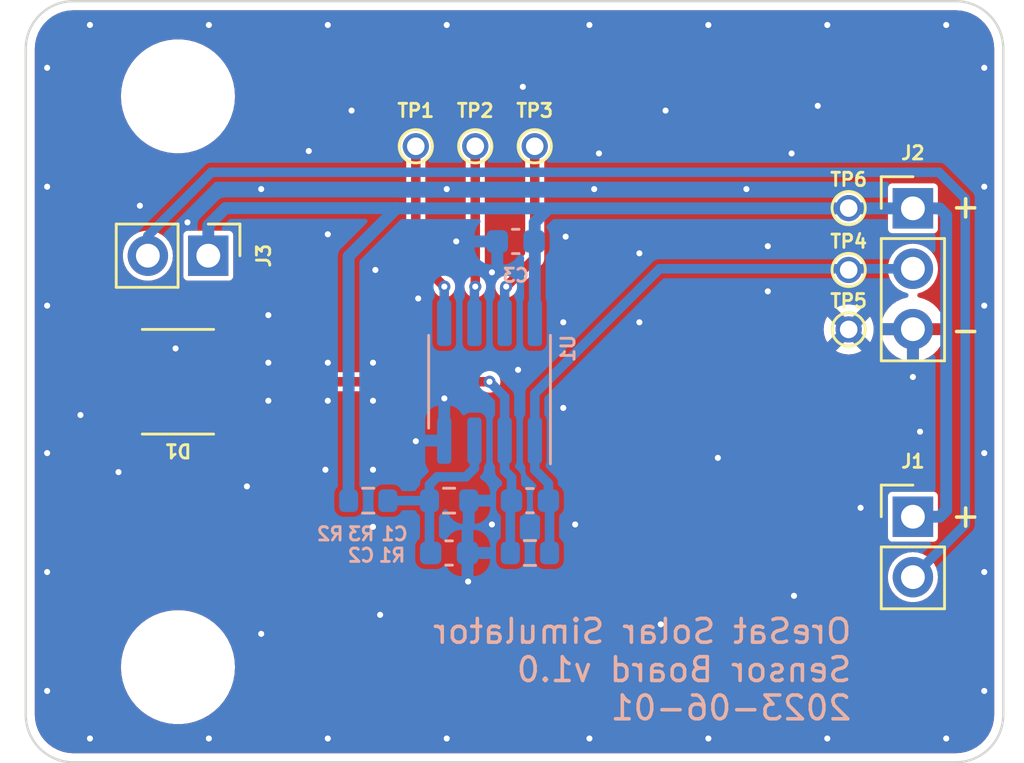
<source format=kicad_pcb>
(kicad_pcb (version 20221018) (generator pcbnew)
  (layers (0 "F.Cu" signal) (31 "B.Cu" signal) (34 "B.Paste" user) (35 "F.Paste" user) (36 "B.SilkS" user "B.Silkscreen") (37 "F.SilkS" user "F.Silkscreen") (38 "B.Mask" user) (39 "F.Mask" user) (44 "Edge.Cuts" user))
  (net 0 "")
  (net 1 "Net-(D1-K)")
  (net 2 "Net-(U1A-+)")
  (net 3 "GND")
  (net 4 "Net-(J2-Pin_2)")
  (net 5 "Net-(J1-Pin_2)")
  (net 6 "+3.3V")
  (net 7 "Net-(U1B-+)")
  (net 8 "Net-(U1B--)")
  (net 9 "Net-(TP3-Pad1)")
  (footprint "oresat-misc:Hole-2.4mm-NPTH" (layer "F.Cu") (at 107.7 80)
    (fp_text reference "REF**" hide)
    (fp_text value "Hole-2.4mm-NPTH")
    (pad "" np_thru_hole circle (at 0 0) (size 2.4 2.4) (drill 2.4) (layers "F&B.Cu" "*.Mask"))
  )
  (footprint "oresat-misc:TestPoint-MinTH" (layer "F.Cu") (at 135.9 63.3)
    (fp_text reference "TP4" (at 0 -1.2 unlocked) (layer "F.SilkS") (effects (font (size 0.56 0.56) (thickness 0.12))))
    (fp_text value "TestPoint-MinTH" hide)
    (fp_circle (center 0 0) (end 0.7 0) (stroke (width 0.12)) (fill none) (layer "F.SilkS"))
    (pad "1" thru_hole circle (at 0 0) (size 1.1 1.1) (drill 0.7366) (property pad_prop_testpoint) (layers "*.Cu" "*.Mask") (net 4 "Net-(J2-Pin_2)"))
  )
  (footprint "oresat-diodes:PDB-C171" (layer "F.Cu") (at 107.7 68 180)
    (fp_text reference "D1" (at 0 -2.9 180 unlocked) (layer "F.SilkS") (effects (font (size 0.56 0.56) (thickness 0.12))))
    (fp_text value "PDB-C171SM")
    (fp_line (start -1.5 -2.2) (end 1.5 -2.2) (stroke (width 0.12)) (layer "F.SilkS"))
    (fp_line (start -1.5 2.2) (end 1.5 2.2) (stroke (width 0.12)) (layer "F.SilkS"))
    (pad "1" smd roundrect (at -2.3 0 90) (size 4.5 1.5) (layers "F.Cu" "F.Paste" "F.Mask") (net 1 "Net-(D1-K)"))
    (pad "2" smd roundrect (at 2.3 0 90) (size 4.5 1.5) (layers "F.Cu" "F.Paste" "F.Mask") (net 3 "GND"))
  )
  (footprint "Connector_PinHeader_2.54mm:PinHeader_1x02_P2.54mm_Vertical" (layer "F.Cu") (at 138.6 73.675)
    (fp_text reference "J1" (at 0 -2.33) (layer "F.SilkS") (effects (font (size 0.56 0.56) (thickness 0.12))))
    (fp_text value "Conn_01x02")
    (fp_line (start -1.33 -1.33) (end 0 -1.33) (stroke (width 0.12)) (layer "F.SilkS"))
    (fp_line (start -1.33 0) (end -1.33 -1.33) (stroke (width 0.12)) (layer "F.SilkS"))
    (fp_line (start -1.33 1.27) (end -1.33 3.87) (stroke (width 0.12)) (layer "F.SilkS"))
    (fp_line (start -1.33 1.27) (end 1.33 1.27) (stroke (width 0.12)) (layer "F.SilkS"))
    (fp_line (start -1.33 3.87) (end 1.33 3.87) (stroke (width 0.12)) (layer "F.SilkS"))
    (fp_line (start 1.33 1.27) (end 1.33 3.87) (stroke (width 0.12)) (layer "F.SilkS"))
    (pad "1" thru_hole rect (at 0 0) (size 1.7 1.7) (drill 1) (layers "*.Cu" "*.Mask") (net 6 "+3.3V"))
    (pad "2" thru_hole oval (at 0 2.54) (size 1.7 1.7) (drill 1) (layers "*.Cu" "*.Mask") (net 5 "Net-(J1-Pin_2)"))
  )
  (footprint "oresat-misc:TestPoint-MinTH" (layer "F.Cu") (at 117.7 58.1)
    (fp_text reference "TP1" (at 0 -1.5 unlocked) (layer "F.SilkS") (effects (font (size 0.56 0.56) (thickness 0.12))))
    (fp_text value "TestPoint-MinTH" hide)
    (fp_circle (center 0 0) (end 0.7 0) (stroke (width 0.12)) (fill none) (layer "F.SilkS"))
    (pad "1" thru_hole circle (at 0 0) (size 1.1 1.1) (drill 0.7366) (property pad_prop_testpoint) (layers "*.Cu" "*.Mask") (net 7 "Net-(U1B-+)"))
  )
  (footprint "oresat-misc:TestPoint-MinTH" (layer "F.Cu") (at 122.7 58.1)
    (fp_text reference "TP3" (at 0 -1.5 unlocked) (layer "F.SilkS") (effects (font (size 0.56 0.56) (thickness 0.12))))
    (fp_text value "TestPoint-MinTH" hide)
    (fp_circle (center 0 0) (end 0.7 0) (stroke (width 0.12)) (fill none) (layer "F.SilkS"))
    (pad "1" thru_hole circle (at 0 0) (size 1.1 1.1) (drill 0.7366) (property pad_prop_testpoint) (layers "*.Cu" "*.Mask") (net 9 "Net-(TP3-Pad1)"))
  )
  (footprint "Connector_PinHeader_2.54mm:PinHeader_1x02_P2.54mm_Vertical" (layer "F.Cu") (at 108.975 62.7 -90)
    (fp_text reference "J3" (at 0 -2.33 90) (layer "F.SilkS") (effects (font (size 0.56 0.56) (thickness 0.12))))
    (fp_text value "Conn_01x02")
    (fp_line (start -1.33 -1.33) (end 0 -1.33) (stroke (width 0.12)) (layer "F.SilkS"))
    (fp_line (start -1.33 0) (end -1.33 -1.33) (stroke (width 0.12)) (layer "F.SilkS"))
    (fp_line (start -1.33 1.27) (end -1.33 3.87) (stroke (width 0.12)) (layer "F.SilkS"))
    (fp_line (start -1.33 1.27) (end 1.33 1.27) (stroke (width 0.12)) (layer "F.SilkS"))
    (fp_line (start -1.33 3.87) (end 1.33 3.87) (stroke (width 0.12)) (layer "F.SilkS"))
    (fp_line (start 1.33 1.27) (end 1.33 3.87) (stroke (width 0.12)) (layer "F.SilkS"))
    (pad "1" thru_hole rect (at 0 0 270) (size 1.7 1.7) (drill 1) (layers "*.Cu" "*.Mask") (net 6 "+3.3V"))
    (pad "2" thru_hole oval (at 0 2.54 270) (size 1.7 1.7) (drill 1) (layers "*.Cu" "*.Mask") (net 5 "Net-(J1-Pin_2)"))
  )
  (footprint "oresat-misc:TestPoint-MinTH" (layer "F.Cu") (at 135.9 65.8)
    (fp_text reference "TP5" (at 0 -1.2 unlocked) (layer "F.SilkS") (effects (font (size 0.56 0.56) (thickness 0.12))))
    (fp_text value "TestPoint-MinTH" hide)
    (fp_circle (center 0 0) (end 0.7 0) (stroke (width 0.12)) (fill none) (layer "F.SilkS"))
    (pad "1" thru_hole circle (at 0 0) (size 1.1 1.1) (drill 0.7366) (property pad_prop_testpoint) (layers "*.Cu" "*.Mask") (net 3 "GND"))
  )
  (footprint "oresat-misc:Hole-2.4mm-NPTH" (layer "F.Cu") (at 107.7 56)
    (fp_text reference "REF**" hide)
    (fp_text value "Hole-2.4mm-NPTH")
    (pad "" np_thru_hole circle (at 0 0) (size 2.4 2.4) (drill 2.4) (layers "F&B.Cu" "*.Mask"))
  )
  (footprint "oresat-misc:TestPoint-MinTH" (layer "F.Cu") (at 120.2 58.1)
    (fp_text reference "TP2" (at 0 -1.5 unlocked) (layer "F.SilkS") (effects (font (size 0.56 0.56) (thickness 0.12))))
    (fp_text value "TestPoint-MinTH" hide)
    (fp_circle (center 0 0) (end 0.7 0) (stroke (width 0.12)) (fill none) (layer "F.SilkS"))
    (pad "1" thru_hole circle (at 0 0) (size 1.1 1.1) (drill 0.7366) (property pad_prop_testpoint) (layers "*.Cu" "*.Mask") (net 8 "Net-(U1B--)"))
  )
  (footprint "oresat-misc:TestPoint-MinTH" (layer "F.Cu") (at 135.9 60.7)
    (fp_text reference "TP6" (at 0 -1.2 unlocked) (layer "F.SilkS") (effects (font (size 0.56 0.56) (thickness 0.12))))
    (fp_text value "TestPoint-MinTH" hide)
    (fp_circle (center 0 0) (end 0.7 0) (stroke (width 0.12)) (fill none) (layer "F.SilkS"))
    (pad "1" thru_hole circle (at 0 0) (size 1.1 1.1) (drill 0.7366) (property pad_prop_testpoint) (layers "*.Cu" "*.Mask") (net 6 "+3.3V"))
  )
  (footprint "Connector_PinHeader_2.54mm:PinHeader_1x03_P2.54mm_Vertical" (layer "F.Cu") (at 138.6 60.71)
    (fp_text reference "J2" (at 0 -2.33) (layer "F.SilkS") (effects (font (size 0.56 0.56) (thickness 0.12))))
    (fp_text value "Conn_01x03")
    (fp_line (start -1.33 -1.33) (end 0 -1.33) (stroke (width 0.12)) (layer "F.SilkS"))
    (fp_line (start -1.33 0) (end -1.33 -1.33) (stroke (width 0.12)) (layer "F.SilkS"))
    (fp_line (start -1.33 1.27) (end -1.33 6.41) (stroke (width 0.12)) (layer "F.SilkS"))
    (fp_line (start -1.33 1.27) (end 1.33 1.27) (stroke (width 0.12)) (layer "F.SilkS"))
    (fp_line (start -1.33 6.41) (end 1.33 6.41) (stroke (width 0.12)) (layer "F.SilkS"))
    (fp_line (start 1.33 1.27) (end 1.33 6.41) (stroke (width 0.12)) (layer "F.SilkS"))
    (pad "1" thru_hole rect (at 0 0) (size 1.7 1.7) (drill 1) (layers "*.Cu" "*.Mask") (net 6 "+3.3V"))
    (pad "2" thru_hole oval (at 0 2.54) (size 1.7 1.7) (drill 1) (layers "*.Cu" "*.Mask") (net 4 "Net-(J2-Pin_2)"))
    (pad "3" thru_hole oval (at 0 5.08) (size 1.7 1.7) (drill 1) (layers "*.Cu" "*.Mask") (net 3 "GND"))
  )
  (footprint "Resistor_SMD:R_0603_1608Metric" (layer "B.Cu") (at 122.5 75.2)
    (fp_text reference "R1" (at -5.8 0.1) (layer "B.SilkS") (effects (font (size 0.56 0.56) (thickness 0.12)) (justify mirror)))
    (fp_text value "1k")
    (fp_line (start -0.237258 -0.5225) (end 0.237258 -0.5225) (stroke (width 0.12)) (layer "B.SilkS"))
    (fp_line (start -0.237258 0.5225) (end 0.237258 0.5225) (stroke (width 0.12)) (layer "B.SilkS"))
    (pad "1" smd roundrect (at -0.825 0) (size 0.8 0.95) (layers "B.Cu" "B.Paste" "B.Mask") (net 1 "Net-(D1-K)"))
    (pad "2" smd roundrect (at 0.825 0) (size 0.8 0.95) (layers "B.Cu" "B.Paste" "B.Mask") (net 4 "Net-(J2-Pin_2)"))
  )
  (footprint "Resistor_SMD:R_0603_1608Metric" (layer "B.Cu") (at 119.1 73 180)
    (fp_text reference "R3" (at 3.7 -1.4) (layer "B.SilkS") (effects (font (size 0.56 0.56) (thickness 0.12)) (justify mirror)))
    (fp_text value "1k")
    (fp_line (start -0.237258 -0.5225) (end 0.237258 -0.5225) (stroke (width 0.12)) (layer "B.SilkS"))
    (fp_line (start -0.237258 0.5225) (end 0.237258 0.5225) (stroke (width 0.12)) (layer "B.SilkS"))
    (pad "1" smd roundrect (at -0.825 0 180) (size 0.8 0.95) (layers "B.Cu" "B.Paste" "B.Mask") (net 3 "GND"))
    (pad "2" smd roundrect (at 0.825 0 180) (size 0.8 0.95) (layers "B.Cu" "B.Paste" "B.Mask") (net 2 "Net-(U1A-+)"))
  )
  (footprint "Capacitor_SMD:C_0603_1608Metric" (layer "B.Cu") (at 119.1 75.2 180)
    (fp_text reference "C2" (at 3.7 -0.1) (layer "B.SilkS") (effects (font (size 0.56 0.56) (thickness 0.12)) (justify mirror)))
    (fp_text value "1u" hide)
    (fp_line (start -0.14058 -0.51) (end 0.14058 -0.51) (stroke (width 0.12)) (layer "B.SilkS"))
    (fp_line (start -0.14058 0.51) (end 0.14058 0.51) (stroke (width 0.12)) (layer "B.SilkS"))
    (pad "1" smd roundrect (at -0.775 0 180) (size 0.9 0.95) (layers "B.Cu" "B.Paste" "B.Mask") (net 3 "GND"))
    (pad "2" smd roundrect (at 0.775 0 180) (size 0.9 0.95) (layers "B.Cu" "B.Paste" "B.Mask") (net 2 "Net-(U1A-+)"))
  )
  (footprint "Capacitor_SMD:C_0603_1608Metric" (layer "B.Cu") (at 122.5 73)
    (fp_text reference "C1" (at -5.7 1.4) (layer "B.SilkS") (effects (font (size 0.56 0.56) (thickness 0.12)) (justify mirror)))
    (fp_text value "100n")
    (fp_line (start -0.14058 -0.51) (end 0.14058 -0.51) (stroke (width 0.12)) (layer "B.SilkS"))
    (fp_line (start -0.14058 0.51) (end 0.14058 0.51) (stroke (width 0.12)) (layer "B.SilkS"))
    (pad "1" smd roundrect (at -0.775 0) (size 0.9 0.95) (layers "B.Cu" "B.Paste" "B.Mask") (net 1 "Net-(D1-K)"))
    (pad "2" smd roundrect (at 0.775 0) (size 0.9 0.95) (layers "B.Cu" "B.Paste" "B.Mask") (net 4 "Net-(J2-Pin_2)"))
  )
  (footprint "Resistor_SMD:R_0603_1608Metric" (layer "B.Cu") (at 115.7 73 180)
    (fp_text reference "R2" (at 1.6 -1.4) (layer "B.SilkS") (effects (font (size 0.56 0.56) (thickness 0.12)) (justify mirror)))
    (fp_text value "10k")
    (fp_line (start -0.237258 -0.5225) (end 0.237258 -0.5225) (stroke (width 0.12)) (layer "B.SilkS"))
    (fp_line (start -0.237258 0.5225) (end 0.237258 0.5225) (stroke (width 0.12)) (layer "B.SilkS"))
    (pad "1" smd roundrect (at -0.825 0 180) (size 0.8 0.95) (layers "B.Cu" "B.Paste" "B.Mask") (net 2 "Net-(U1A-+)"))
    (pad "2" smd roundrect (at 0.825 0 180) (size 0.8 0.95) (layers "B.Cu" "B.Paste" "B.Mask") (net 6 "+3.3V"))
  )
  (footprint "Capacitor_SMD:C_0603_1608Metric" (layer "B.Cu") (at 121.9 62.1)
    (fp_text reference "C3" (at 0 1.43) (layer "B.SilkS") (effects (font (size 0.56 0.56) (thickness 0.12)) (justify mirror)))
    (fp_text value "1u")
    (fp_line (start -0.14058 -0.51) (end 0.14058 -0.51) (stroke (width 0.12)) (layer "B.SilkS"))
    (fp_line (start -0.14058 0.51) (end 0.14058 0.51) (stroke (width 0.12)) (layer "B.SilkS"))
    (pad "1" smd roundrect (at -0.775 0) (size 0.9 0.95) (layers "B.Cu" "B.Paste" "B.Mask") (net 3 "GND"))
    (pad "2" smd roundrect (at 0.775 0) (size 0.9 0.95) (layers "B.Cu" "B.Paste" "B.Mask") (net 6 "+3.3V"))
  )
  (footprint "Package_SO:SOIC-8_3.9x4.9mm_P1.27mm" (layer "B.Cu") (at 120.8 68 90)
    (fp_text reference "U1" (at 1.4 3.3 90) (layer "B.SilkS") (effects (font (size 0.56 0.56) (thickness 0.12)) (justify mirror)))
    (fp_text value "NE5532")
    (fp_line (start 0 -2.56) (end -1.95 -2.56) (stroke (width 0.12)) (layer "B.SilkS"))
    (fp_line (start 0 -2.56) (end 1.95 -2.56) (stroke (width 0.12)) (layer "B.SilkS"))
    (fp_line (start 0 2.56) (end -3.45 2.56) (stroke (width 0.12)) (layer "B.SilkS"))
    (fp_line (start 0 2.56) (end 1.95 2.56) (stroke (width 0.12)) (layer "B.SilkS"))
    (pad "1" smd roundrect (at -2.475 1.905 90) (size 1.95 0.6) (layers "B.Cu" "B.Paste" "B.Mask") (net 4 "Net-(J2-Pin_2)"))
    (pad "2" smd roundrect (at -2.475 0.635 90) (size 1.95 0.6) (layers "B.Cu" "B.Paste" "B.Mask") (net 1 "Net-(D1-K)"))
    (pad "3" smd roundrect (at -2.475 -0.635 90) (size 1.95 0.6) (layers "B.Cu" "B.Paste" "B.Mask") (net 2 "Net-(U1A-+)"))
    (pad "4" smd roundrect (at -2.475 -1.905 90) (size 1.95 0.6) (layers "B.Cu" "B.Paste" "B.Mask") (net 3 "GND"))
    (pad "5" smd roundrect (at 2.475 -1.905 90) (size 1.95 0.6) (layers "B.Cu" "B.Paste" "B.Mask") (net 7 "Net-(U1B-+)"))
    (pad "6" smd roundrect (at 2.475 -0.635 90) (size 1.95 0.6) (layers "B.Cu" "B.Paste" "B.Mask") (net 8 "Net-(U1B--)"))
    (pad "7" smd roundrect (at 2.475 0.635 90) (size 1.95 0.6) (layers "B.Cu" "B.Paste" "B.Mask") (net 9 "Net-(TP3-Pad1)"))
    (pad "8" smd roundrect (at 2.475 1.905 90) (size 1.95 0.6) (layers "B.Cu" "B.Paste" "B.Mask") (net 6 "+3.3V"))
  )
  (gr_line (start 140.4 52) (end 103.3 52) (stroke (width 0.1)) (layer "Edge.Cuts"))
  (gr_arc (start 101.3 54) (mid 101.885786 52.585786) (end 103.3 52) (stroke (width 0.1)) (layer "Edge.Cuts"))
  (gr_line (start 101.3 54) (end 101.3 82) (stroke (width 0.1)) (layer "Edge.Cuts"))
  (gr_arc (start 103.3 84) (mid 101.885786 83.414214) (end 101.3 82) (stroke (width 0.1)) (layer "Edge.Cuts"))
  (gr_arc (start 142.4 82) (mid 141.814214 83.414214) (end 140.4 84) (stroke (width 0.1)) (layer "Edge.Cuts"))
  (gr_line (start 142.4 54) (end 142.4 82) (stroke (width 0.1)) (layer "Edge.Cuts"))
  (gr_line (start 103.3 84) (end 140.4 84) (stroke (width 0.1)) (layer "Edge.Cuts"))
  (gr_arc (start 140.4 52) (mid 141.814214 52.585786) (end 142.4 54) (stroke (width 0.1)) (layer "Edge.Cuts"))
  (gr_text "OreSat Solar Simulator\nSensor Board v1.0\n2023-06-01" (at 136.1 82.3) (layer "B.SilkS") (effects (font (size 1 1)) (justify left bottom mirror)))
  (gr_text "-" (at 140.1 66.4) (layer "F.SilkS") (effects (font (size 1 1)) (justify left bottom)))
  (gr_text "+" (at 140.1 61.2) (layer "F.SilkS") (effects (font (size 1 1)) (justify left bottom)))
  (gr_text "+" (at 140.1 74.2) (layer "F.SilkS") (effects (font (size 1 1)) (justify left bottom)))
  (segment (start 120.8 68) (end 110 68) (width 0.4) (layer "F.Cu") (net 1))
  (via (at 120.8 68) (size 0.508) (drill 0.254) (layers "F.Cu" "B.Cu") (net 1))
  (segment (start 121.675 73.05) (end 121.725 73) (width 0.4) (layer "B.Cu") (net 1))
  (segment (start 121.435 70.475) (end 121.435 71.735) (width 0.4) (layer "B.Cu") (net 1))
  (segment (start 121.435 71.735) (end 121.725 72.025) (width 0.4) (layer "B.Cu") (net 1))
  (segment (start 121.725 72.025) (end 121.725 73) (width 0.4) (layer "B.Cu") (net 1))
  (segment (start 121.435 68.635) (end 120.8 68) (width 0.4) (layer "B.Cu") (net 1))
  (segment (start 121.435 70.475) (end 121.435 68.635) (width 0.4) (layer "B.Cu") (net 1))
  (segment (start 121.675 75.2) (end 121.675 73.05) (width 0.4) (layer "B.Cu") (net 1))
  (segment (start 120.165 70.475) (end 120.165 71.635) (width 0.4) (layer "B.Cu") (net 2))
  (segment (start 118.275 72.325) (end 118.275 73) (width 0.4) (layer "B.Cu") (net 2))
  (segment (start 118.275 75.15) (end 118.325 75.2) (width 0.4) (layer "B.Cu") (net 2))
  (segment (start 118.275 73) (end 116.525 73) (width 0.4) (layer "B.Cu") (net 2))
  (segment (start 118.275 73) (end 118.275 75.15) (width 0.4) (layer "B.Cu") (net 2))
  (segment (start 119.8 72) (end 118.6 72) (width 0.4) (layer "B.Cu") (net 2))
  (segment (start 118.6 72) (end 118.275 72.325) (width 0.4) (layer "B.Cu") (net 2))
  (segment (start 120.165 71.635) (end 119.8 72) (width 0.4) (layer "B.Cu") (net 2))
  (via (at 116 63.3) (size 0.508) (drill 0.254) (layers "F.Cu" "B.Cu") (net 3))
  (via (at 106.1 60.6) (size 0.508) (drill 0.254) (layers "F.Cu" "B.Cu") (net 3))
  (via (at 115 56.6) (size 0.508) (drill 0.254) (layers "F.Cu" "B.Cu") (net 3))
  (via (at 119 53) (size 0.508) (drill 0.254) (layers "F.Cu" "B.Cu") (net 3))
  (via (at 120.9 63.4) (size 0.508) (drill 0.254) (layers "F.Cu" "B.Cu") (net 3))
  (via (at 119.9 76.4) (size 0.508) (drill 0.254) (layers "F.Cu" "B.Cu") (net 3))
  (via (at 114 61.8) (size 0.508) (drill 0.254) (layers "F.Cu" "B.Cu") (net 3))
  (via (at 117.8 64.5) (size 0.508) (drill 0.254) (layers "F.Cu" "B.Cu") (net 3))
  (via (at 113.9 71.7) (size 0.508) (drill 0.254) (layers "F.Cu" "B.Cu") (net 3))
  (via (at 114 68.8) (size 0.508) (drill 0.254) (layers "F.Cu" "B.Cu") (net 3))
  (via (at 113.2 58.3) (size 0.508) (drill 0.254) (layers "F.Cu" "B.Cu") (net 3))
  (via (at 123.9 69.1) (size 0.508) (drill 0.254) (layers "F.Cu" "B.Cu") (net 3))
  (via (at 102.2 81) (size 0.508) (drill 0.254) (layers "F.Cu" "B.Cu") (net 3))
  (via (at 132.5 62.3) (size 0.508) (drill 0.254) (layers "F.Cu" "B.Cu") (net 3))
  (via (at 125 53) (size 0.508) (drill 0.254) (layers "F.Cu" "B.Cu") (net 3))
  (via (at 115.9 74.1) (size 0.508) (drill 0.254) (layers "F.Cu" "B.Cu") (net 3))
  (via (at 138.6 67.8) (size 0.508) (drill 0.254) (layers "F.Cu" "B.Cu") (net 3))
  (via (at 102.2 54.8) (size 0.508) (drill 0.254) (layers "F.Cu" "B.Cu") (net 3))
  (via (at 104 53) (size 0.508) (drill 0.254) (layers "F.Cu" "B.Cu") (net 3))
  (via (at 116.2 77.8) (size 0.508) (drill 0.254) (layers "F.Cu" "B.Cu") (net 3))
  (via (at 127.1 65.5) (size 0.508) (drill 0.254) (layers "F.Cu" "B.Cu") (net 3))
  (via (at 141.6 54.8) (size 0.508) (drill 0.254) (layers "F.Cu" "B.Cu") (net 3))
  (via (at 103.6 69.4) (size 0.508) (drill 0.254) (layers "F.Cu" "B.Cu") (net 3))
  (via (at 119 59.9) (size 0.508) (drill 0.254) (layers "F.Cu" "B.Cu") (net 3))
  (via (at 111.5 65.2) (size 0.508) (drill 0.254) (layers "F.Cu" "B.Cu") (net 3))
  (via (at 108.1 61.3) (size 0.508) (drill 0.254) (layers "F.Cu" "B.Cu") (net 3))
  (via (at 118.9 68.7) (size 0.508) (drill 0.254) (layers "F.Cu" "B.Cu") (net 3))
  (via (at 141.6 81) (size 0.508) (drill 0.254) (layers "F.Cu" "B.Cu") (net 3))
  (via (at 128.2 56.6) (size 0.508) (drill 0.254) (layers "F.Cu" "B.Cu") (net 3))
  (via (at 125.4 58.4) (size 0.508) (drill 0.254) (layers "F.Cu" "B.Cu") (net 3))
  (via (at 141.6 76) (size 0.508) (drill 0.254) (layers "F.Cu" "B.Cu") (net 3))
  (via (at 122 67.5) (size 0.508) (drill 0.254) (layers "F.Cu" "B.Cu") (net 3))
  (via (at 111.5 68.8) (size 0.508) (drill 0.254) (layers "F.Cu" "B.Cu") (net 3))
  (via (at 109 53) (size 0.508) (drill 0.254) (layers "F.Cu" "B.Cu") (net 3))
  (via (at 102.2 71) (size 0.508) (drill 0.254) (layers "F.Cu" "B.Cu") (net 3))
  (via (at 132.5 64.2) (size 0.508) (drill 0.254) (layers "F.Cu" "B.Cu") (net 3))
  (via (at 111.2 59.9) (size 0.508) (drill 0.254) (layers "F.Cu" "B.Cu") (net 3))
  (via (at 133.6 77) (size 0.508) (drill 0.254) (layers "F.Cu" "B.Cu") (net 3))
  (via (at 117.7 70.5) (size 0.508) (drill 0.254) (layers "F.Cu" "B.Cu") (net 3))
  (via (at 107.6 66.6) (size 0.508) (drill 0.254) (layers "F.Cu" "B.Cu") (net 3))
  (via (at 135 53) (size 0.508) (drill 0.254) (layers "F.Cu" "B.Cu") (net 3))
  (via (at 119.4 62.1) (size 0.508) (drill 0.254) (layers "F.Cu" "B.Cu") (net 3))
  (via (at 102.2 64.8) (size 0.508) (drill 0.254) (layers "F.Cu" "B.Cu") (net 3))
  (via (at 115.9 68.8) (size 0.508) (drill 0.254) (layers "F.Cu" "B.Cu") (net 3))
  (via (at 111.2 78.6) (size 0.508) (drill 0.254) (layers "F.Cu" "B.Cu") (net 3))
  (via (at 114 83) (size 0.508) (drill 0.254) (layers "F.Cu" "B.Cu") (net 3))
  (via (at 125 83) (size 0.508) (drill 0.254) (layers "F.Cu" "B.Cu") (net 3))
  (via (at 141.6 64.8) (size 0.508) (drill 0.254) (layers "F.Cu" "B.Cu") (net 3))
  (via (at 114 53) (size 0.508) (drill 0.254) (layers "F.Cu" "B.Cu") (net 3))
  (via (at 133.5 58.4) (size 0.508) (drill 0.254) (layers "F.Cu" "B.Cu") (net 3))
  (via (at 128 78.2) (size 0.508) (drill 0.254) (layers "F.Cu" "B.Cu") (net 3))
  (via (at 134.6 56.4) (size 0.508) (drill 0.254) (layers "F.Cu" "B.Cu") (net 3))
  (via (at 124 61.9) (size 0.508) (drill 0.254) (layers "F.Cu" "B.Cu") (net 3))
  (via (at 124.4 74) (size 0.508) (drill 0.254) (layers "F.Cu" "B.Cu") (net 3))
  (via (at 105.2 71.8) (size 0.508) (drill 0.254) (layers "F.Cu" "B.Cu") (net 3))
  (via (at 125.2 59.9) (size 0.508) (drill 0.254) (layers "F.Cu" "B.Cu") (net 3))
  (via (at 130 83) (size 0.508) (drill 0.254) (layers "F.Cu" "B.Cu") (net 3))
  (via (at 102.2 59.8) (size 0.508) (drill 0.254) (layers "F.Cu" "B.Cu") (net 3))
  (via (at 135 83) (size 0.508) (drill 0.254) (layers "F.Cu" "B.Cu") (net 3))
  (via (at 111.5 67.2) (size 0.508) (drill 0.254) (layers "F.Cu" "B.Cu") (net 3))
  (via (at 140 53) (size 0.508) (drill 0.254) (layers "F.Cu" "B.Cu") (net 3))
  (via (at 123.9 65.5) (size 0.508) (drill 0.254) (layers "F.Cu" "B.Cu") (net 3))
  (via (at 110.6 72.4) (size 0.508) (drill 0.254) (layers "F.Cu" "B.Cu") (net 3))
  (via (at 138.9 70.1) (size 0.508) (drill 0.254) (layers "F.Cu" "B.Cu") (net 3))
  (via (at 130 53) (size 0.508) (drill 0.254) (layers "F.Cu" "B.Cu") (net 3))
  (via (at 127.1 62.6) (size 0.508) (drill 0.254) (layers "F.Cu" "B.Cu") (net 3))
  (via (at 131.6 59.9) (size 0.508) (drill 0.254) (layers "F.Cu" "B.Cu") (net 3))
  (via (at 114 67.2) (size 0.508) (drill 0.254) (layers "F.Cu" "B.Cu") (net 3))
  (via (at 122.2 55.6) (size 0.508) (drill 0.254) (layers "F.Cu" "B.Cu") (net 3))
  (via (at 141.6 59.8) (size 0.508) (drill 0.254) (layers "F.Cu" "B.Cu") (net 3))
  (via (at 115.9 71.7) (size 0.508) (drill 0.254) (layers "F.Cu" "B.Cu") (net 3))
  (via (at 141.6 71) (size 0.508) (drill 0.254) (layers "F.Cu" "B.Cu") (net 3))
  (via (at 136.4 73.3) (size 0.508) (drill 0.254) (layers "F.Cu" "B.Cu") (net 3))
  (via (at 104 83) (size 0.508) (drill 0.254) (layers "F.Cu" "B.Cu") (net 3))
  (via (at 109 83) (size 0.508) (drill 0.254) (layers "F.Cu" "B.Cu") (net 3))
  (via (at 115.9 67.2) (size 0.508) (drill 0.254) (layers "F.Cu" "B.Cu") (net 3))
  (via (at 102.2 76) (size 0.508) (drill 0.254) (layers "F.Cu" "B.Cu") (net 3))
  (via (at 140 83) (size 0.508) (drill 0.254) (layers "F.Cu" "B.Cu") (net 3))
  (via (at 119 83) (size 0.508) (drill 0.254) (layers "F.Cu" "B.Cu") (net 3))
  (via (at 130.4 71.2) (size 0.508) (drill 0.254) (layers "F.Cu" "B.Cu") (net 3))
  (via (at 120.9 74) (size 0.508) (drill 0.254) (layers "F.Cu" "B.Cu") (net 3))
  (segment (start 123.325 75.2) (end 123.325 73.05) (width 0.4) (layer "B.Cu") (net 4))
  (segment (start 127.95 63.25) (end 138.6 63.25) (width 0.4) (layer "B.Cu") (net 4))
  (segment (start 122.705 70.475) (end 122.705 71.705) (width 0.4) (layer "B.Cu") (net 4))
  (segment (start 123.275 72.275) (end 123.275 73) (width 0.4) (layer "B.Cu") (net 4))
  (segment (start 122.705 68.495) (end 127.95 63.25) (width 0.4) (layer "B.Cu") (net 4))
  (segment (start 122.705 71.705) (end 123.275 72.275) (width 0.4) (layer "B.Cu") (net 4))
  (segment (start 122.705 70.475) (end 122.705 68.495) (width 0.4) (layer "B.Cu") (net 4))
  (segment (start 123.325 73.05) (end 123.275 73) (width 0.4) (layer "B.Cu") (net 4))
  (segment (start 106.435 61.865) (end 106.435 62.7) (width 0.4) (layer "B.Cu") (net 5))
  (segment (start 140.8 60.3) (end 139.6936 59.1936) (width 0.4) (layer "B.Cu") (net 5))
  (segment (start 138.6 76.2) (end 140.8 74) (width 0.4) (layer "B.Cu") (net 5))
  (segment (start 109.1064 59.1936) (end 106.435 61.865) (width 0.4) (layer "B.Cu") (net 5))
  (segment (start 138.6 76.215) (end 138.6 76.2) (width 0.4) (layer "B.Cu") (net 5))
  (segment (start 140.8 74) (end 140.8 60.3) (width 0.4) (layer "B.Cu") (net 5))
  (segment (start 139.6936 59.1936) (end 109.1064 59.1936) (width 0.4) (layer "B.Cu") (net 5))
  (segment (start 122.7 62.075) (end 122.675 62.1) (width 0.5) (layer "B.Cu") (net 6))
  (segment (start 123.29 60.71) (end 116.89 60.71) (width 0.5) (layer "B.Cu") (net 6))
  (segment (start 122.705 65.525) (end 122.705 62.13) (width 0.5) (layer "B.Cu") (net 6))
  (segment (start 140 60.99) (end 139.72 60.71) (width 0.5) (layer "B.Cu") (net 6))
  (segment (start 116.89 60.71) (end 114.875 62.725) (width 0.5) (layer "B.Cu") (net 6))
  (segment (start 138.6 73.675) (end 139.725 73.675) (width 0.5) (layer "B.Cu") (net 6))
  (segment (start 122.7 61.3) (end 122.7 62.075) (width 0.5) (layer "B.Cu") (net 6))
  (segment (start 116.88 60.7) (end 116.89 60.71) (width 0.5) (layer "B.Cu") (net 6))
  (segment (start 108.975 61.425) (end 109.7 60.7) (width 0.5) (layer "B.Cu") (net 6))
  (segment (start 109.7 60.7) (end 116.88 60.7) (width 0.5) (layer "B.Cu") (net 6))
  (segment (start 123.29 60.71) (end 122.7 61.3) (width 0.5) (layer "B.Cu") (net 6))
  (segment (start 108.975 62.7) (end 108.975 61.425) (width 0.5) (layer "B.Cu") (net 6))
  (segment (start 138.6 60.71) (end 123.29 60.71) (width 0.5) (layer "B.Cu") (net 6))
  (segment (start 139.725 73.675) (end 140 73.4) (width 0.5) (layer "B.Cu") (net 6))
  (segment (start 114.875 62.725) (end 114.875 73) (width 0.5) (layer "B.Cu") (net 6))
  (segment (start 122.705 62.13) (end 122.675 62.1) (width 0.5) (layer "B.Cu") (net 6))
  (segment (start 139.72 60.71) (end 138.6 60.71) (width 0.5) (layer "B.Cu") (net 6))
  (segment (start 140 73.4) (end 140 60.99) (width 0.5) (layer "B.Cu") (net 6))
  (segment (start 117.7 62.8) (end 117.7 58.1) (width 0.4) (layer "F.Cu") (net 7))
  (segment (start 118.9 64) (end 117.7 62.8) (width 0.4) (layer "F.Cu") (net 7))
  (via (at 118.9 64) (size 0.508) (drill 0.254) (layers "F.Cu" "B.Cu") (net 7))
  (segment (start 118.895 64.005) (end 118.9 64) (width 0.4) (layer "B.Cu") (net 7))
  (segment (start 118.895 65.525) (end 118.895 64.005) (width 0.4) (layer "B.Cu") (net 7))
  (segment (start 120.2 64) (end 120.2 58.1) (width 0.4) (layer "F.Cu") (net 8))
  (via (at 120.2 64) (size 0.508) (drill 0.254) (layers "F.Cu" "B.Cu") (net 8))
  (segment (start 120.165 64.035) (end 120.2 64) (width 0.4) (layer "B.Cu") (net 8))
  (segment (start 120.165 65.525) (end 120.165 64.035) (width 0.4) (layer "B.Cu") (net 8))
  (segment (start 121.5 64) (end 122.7 62.8) (width 0.4) (layer "F.Cu") (net 9))
  (segment (start 122.7 62.8) (end 122.7 58.1) (width 0.4) (layer "F.Cu") (net 9))
  (via (at 121.5 64) (size 0.508) (drill 0.254) (layers "F.Cu" "B.Cu") (net 9))
  (segment (start 121.435 64.065) (end 121.5 64) (width 0.4) (layer "B.Cu") (net 9))
  (segment (start 121.435 65.525) (end 121.435 64.065) (width 0.4) (layer "B.Cu") (net 9))
  (zone (net 0) (net_name "") (layers "F&B.Cu") (connect_pads (clearance 0)) (min_thickness 0.2)
    (keepout (tracks allowed) (vias allowed) (pads allowed) (copperpour not_allowed) (footprints allowed))
    (fill (thermal_gap 0.5) (thermal_bridge_width 0.5))
    (polygon (pts (xy 110.1 80) (xy 110.081075 79.6992) (xy 110.0246 79.403144) (xy 109.931464 79.116501) (xy 109.803136 78.843791) (xy 109.641641 78.589315) (xy 109.449525 78.357087) (xy 109.229818 78.150768) (xy 108.985984 77.973613) (xy 108.72187 77.828415) (xy 108.441641 77.717464) (xy 108.149715 77.642511) (xy 107.850697 77.604736) (xy 107.549303 77.604736) (xy 107.250285 77.642511) (xy 106.958359 77.717464) (xy 106.67813 77.828415) (xy 106.414016 77.973613) (xy 106.170182 78.150768) (xy 105.950475 78.357087) (xy 105.758359 78.589315) (xy 105.596864 78.843791) (xy 105.468536 79.116501) (xy 105.3754 79.403144) (xy 105.318925 79.6992) (xy 105.3 80) (xy 105.318925 80.3008) (xy 105.3754 80.596856) (xy 105.468536 80.883499) (xy 105.596864 81.156209) (xy 105.758359 81.410685) (xy 105.950475 81.642913) (xy 106.170182 81.849232) (xy 106.414016 82.026387) (xy 106.67813 82.171585) (xy 106.958359 82.282536) (xy 107.250285 82.357489) (xy 107.549303 82.395264) (xy 107.850697 82.395264) (xy 108.149715 82.357489) (xy 108.441641 82.282536) (xy 108.72187 82.171585) (xy 108.985984 82.026387) (xy 109.229818 81.849232) (xy 109.449525 81.642913) (xy 109.641641 81.410685) (xy 109.803136 81.156209) (xy 109.931464 80.883499) (xy 110.0246 80.596856) (xy 110.081075 80.3008)))
  )
  (zone (net 3) (net_name "GND") (layers "F&B.Cu") (connect_pads (clearance 0.2)) (min_thickness 0.2) (fill yes (thermal_gap 0.5) (thermal_bridge_width 0.5))
    (polygon (pts (xy 142.4 52) (xy 101.3 52) (xy 101.3 84) (xy 142.4 84)))
  )
  (zone (net 0) (net_name "") (layers "F&B.Cu") (connect_pads (clearance 0)) (min_thickness 0.2)
    (keepout (tracks allowed) (vias allowed) (pads allowed) (copperpour not_allowed) (footprints allowed))
    (fill (thermal_gap 0.5) (thermal_bridge_width 0.5))
    (polygon (pts (xy 110.1 56) (xy 110.081075 55.6992) (xy 110.0246 55.403144) (xy 109.931464 55.116501) (xy 109.803136 54.843791) (xy 109.641641 54.589315) (xy 109.449525 54.357087) (xy 109.229818 54.150768) (xy 108.985984 53.973613) (xy 108.72187 53.828415) (xy 108.441641 53.717464) (xy 108.149715 53.642511) (xy 107.850697 53.604736) (xy 107.549303 53.604736) (xy 107.250285 53.642511) (xy 106.958359 53.717464) (xy 106.67813 53.828415) (xy 106.414016 53.973613) (xy 106.170182 54.150768) (xy 105.950475 54.357087) (xy 105.758359 54.589315) (xy 105.596864 54.843791) (xy 105.468536 55.116501) (xy 105.3754 55.403144) (xy 105.318925 55.6992) (xy 105.3 56) (xy 105.318925 56.3008) (xy 105.3754 56.596856) (xy 105.468536 56.883499) (xy 105.596864 57.156209) (xy 105.758359 57.410685) (xy 105.950475 57.642913) (xy 106.170182 57.849232) (xy 106.414016 58.026387) (xy 106.67813 58.171585) (xy 106.958359 58.282536) (xy 107.250285 58.357489) (xy 107.549303 58.395264) (xy 107.850697 58.395264) (xy 108.149715 58.357489) (xy 108.441641 58.282536) (xy 108.72187 58.171585) (xy 108.985984 58.026387) (xy 109.229818 57.849232) (xy 109.449525 57.642913) (xy 109.641641 57.410685) (xy 109.803136 57.156209) (xy 109.931464 56.883499) (xy 110.0246 56.596856) (xy 110.081075 56.3008)))
  )
)
</source>
